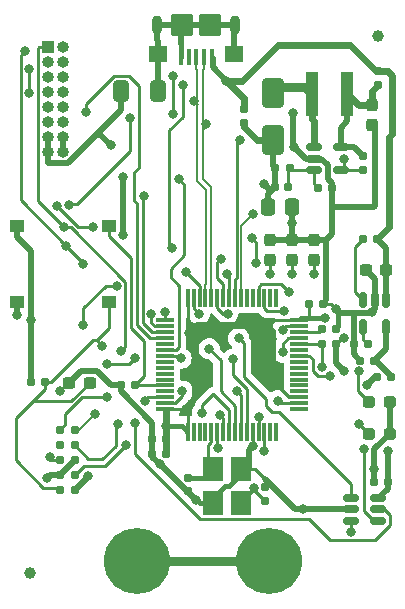
<source format=gbr>
%TF.GenerationSoftware,KiCad,Pcbnew,8.0.2*%
%TF.CreationDate,2024-06-18T11:28:15-07:00*%
%TF.ProjectId,USB_SPDTK,5553425f-5350-4445-944b-2e6b69636164,rev?*%
%TF.SameCoordinates,Original*%
%TF.FileFunction,Copper,L1,Top*%
%TF.FilePolarity,Positive*%
%FSLAX46Y46*%
G04 Gerber Fmt 4.6, Leading zero omitted, Abs format (unit mm)*
G04 Created by KiCad (PCBNEW 8.0.2) date 2024-06-18 11:28:15*
%MOMM*%
%LPD*%
G01*
G04 APERTURE LIST*
G04 Aperture macros list*
%AMRoundRect*
0 Rectangle with rounded corners*
0 $1 Rounding radius*
0 $2 $3 $4 $5 $6 $7 $8 $9 X,Y pos of 4 corners*
0 Add a 4 corners polygon primitive as box body*
4,1,4,$2,$3,$4,$5,$6,$7,$8,$9,$2,$3,0*
0 Add four circle primitives for the rounded corners*
1,1,$1+$1,$2,$3*
1,1,$1+$1,$4,$5*
1,1,$1+$1,$6,$7*
1,1,$1+$1,$8,$9*
0 Add four rect primitives between the rounded corners*
20,1,$1+$1,$2,$3,$4,$5,0*
20,1,$1+$1,$4,$5,$6,$7,0*
20,1,$1+$1,$6,$7,$8,$9,0*
20,1,$1+$1,$8,$9,$2,$3,0*%
G04 Aperture macros list end*
%TA.AperFunction,SMDPad,CuDef*%
%ADD10RoundRect,0.155000X0.155000X-0.212500X0.155000X0.212500X-0.155000X0.212500X-0.155000X-0.212500X0*%
%TD*%
%TA.AperFunction,SMDPad,CuDef*%
%ADD11RoundRect,0.155000X-0.212500X-0.155000X0.212500X-0.155000X0.212500X0.155000X-0.212500X0.155000X0*%
%TD*%
%TA.AperFunction,SMDPad,CuDef*%
%ADD12RoundRect,0.075000X0.075000X-0.700000X0.075000X0.700000X-0.075000X0.700000X-0.075000X-0.700000X0*%
%TD*%
%TA.AperFunction,SMDPad,CuDef*%
%ADD13RoundRect,0.075000X0.700000X-0.075000X0.700000X0.075000X-0.700000X0.075000X-0.700000X-0.075000X0*%
%TD*%
%TA.AperFunction,SMDPad,CuDef*%
%ADD14R,1.100000X3.700000*%
%TD*%
%TA.AperFunction,SMDPad,CuDef*%
%ADD15RoundRect,0.155000X0.212500X0.155000X-0.212500X0.155000X-0.212500X-0.155000X0.212500X-0.155000X0*%
%TD*%
%TA.AperFunction,SMDPad,CuDef*%
%ADD16RoundRect,0.237500X0.287500X0.237500X-0.287500X0.237500X-0.287500X-0.237500X0.287500X-0.237500X0*%
%TD*%
%TA.AperFunction,SMDPad,CuDef*%
%ADD17RoundRect,0.160000X0.160000X-0.197500X0.160000X0.197500X-0.160000X0.197500X-0.160000X-0.197500X0*%
%TD*%
%TA.AperFunction,SMDPad,CuDef*%
%ADD18RoundRect,0.237500X-0.300000X-0.237500X0.300000X-0.237500X0.300000X0.237500X-0.300000X0.237500X0*%
%TD*%
%TA.AperFunction,SMDPad,CuDef*%
%ADD19R,1.250000X1.000000*%
%TD*%
%TA.AperFunction,SMDPad,CuDef*%
%ADD20RoundRect,0.160000X0.197500X0.160000X-0.197500X0.160000X-0.197500X-0.160000X0.197500X-0.160000X0*%
%TD*%
%TA.AperFunction,SMDPad,CuDef*%
%ADD21RoundRect,0.237500X0.237500X-0.300000X0.237500X0.300000X-0.237500X0.300000X-0.237500X-0.300000X0*%
%TD*%
%TA.AperFunction,SMDPad,CuDef*%
%ADD22RoundRect,0.237500X-0.237500X0.287500X-0.237500X-0.287500X0.237500X-0.287500X0.237500X0.287500X0*%
%TD*%
%TA.AperFunction,SMDPad,CuDef*%
%ADD23RoundRect,0.150000X-0.512500X-0.150000X0.512500X-0.150000X0.512500X0.150000X-0.512500X0.150000X0*%
%TD*%
%TA.AperFunction,SMDPad,CuDef*%
%ADD24RoundRect,0.160000X-0.160000X0.197500X-0.160000X-0.197500X0.160000X-0.197500X0.160000X0.197500X0*%
%TD*%
%TA.AperFunction,ComponentPad*%
%ADD25R,1.000000X1.000000*%
%TD*%
%TA.AperFunction,ComponentPad*%
%ADD26O,1.000000X1.000000*%
%TD*%
%TA.AperFunction,SMDPad,CuDef*%
%ADD27RoundRect,0.150000X-0.150000X0.512500X-0.150000X-0.512500X0.150000X-0.512500X0.150000X0.512500X0*%
%TD*%
%TA.AperFunction,SMDPad,CuDef*%
%ADD28RoundRect,0.250000X-0.412500X-0.650000X0.412500X-0.650000X0.412500X0.650000X-0.412500X0.650000X0*%
%TD*%
%TA.AperFunction,SMDPad,CuDef*%
%ADD29RoundRect,0.250000X0.650000X-1.000000X0.650000X1.000000X-0.650000X1.000000X-0.650000X-1.000000X0*%
%TD*%
%TA.AperFunction,SMDPad,CuDef*%
%ADD30RoundRect,0.160000X-0.197500X-0.160000X0.197500X-0.160000X0.197500X0.160000X-0.197500X0.160000X0*%
%TD*%
%TA.AperFunction,SMDPad,CuDef*%
%ADD31C,1.000000*%
%TD*%
%TA.AperFunction,SMDPad,CuDef*%
%ADD32R,1.800000X2.100000*%
%TD*%
%TA.AperFunction,ComponentPad*%
%ADD33C,3.600000*%
%TD*%
%TA.AperFunction,ConnectorPad*%
%ADD34C,5.600000*%
%TD*%
%TA.AperFunction,ConnectorPad*%
%ADD35C,0.787400*%
%TD*%
%TA.AperFunction,SMDPad,CuDef*%
%ADD36RoundRect,0.155000X-0.155000X0.212500X-0.155000X-0.212500X0.155000X-0.212500X0.155000X0.212500X0*%
%TD*%
%TA.AperFunction,SMDPad,CuDef*%
%ADD37RoundRect,0.250000X0.337500X0.475000X-0.337500X0.475000X-0.337500X-0.475000X0.337500X-0.475000X0*%
%TD*%
%TA.AperFunction,SMDPad,CuDef*%
%ADD38RoundRect,0.100000X0.100000X0.575000X-0.100000X0.575000X-0.100000X-0.575000X0.100000X-0.575000X0*%
%TD*%
%TA.AperFunction,ComponentPad*%
%ADD39O,0.900000X1.600000*%
%TD*%
%TA.AperFunction,SMDPad,CuDef*%
%ADD40RoundRect,0.250000X0.550000X0.450000X-0.550000X0.450000X-0.550000X-0.450000X0.550000X-0.450000X0*%
%TD*%
%TA.AperFunction,SMDPad,CuDef*%
%ADD41RoundRect,0.250000X0.700000X0.700000X-0.700000X0.700000X-0.700000X-0.700000X0.700000X-0.700000X0*%
%TD*%
%TA.AperFunction,ViaPad*%
%ADD42C,0.800000*%
%TD*%
%TA.AperFunction,Conductor*%
%ADD43C,0.500000*%
%TD*%
%TA.AperFunction,Conductor*%
%ADD44C,0.600000*%
%TD*%
%TA.AperFunction,Conductor*%
%ADD45C,0.254000*%
%TD*%
%TA.AperFunction,Conductor*%
%ADD46C,0.400000*%
%TD*%
%TA.AperFunction,Conductor*%
%ADD47C,0.200000*%
%TD*%
%TA.AperFunction,Conductor*%
%ADD48C,0.400600*%
%TD*%
%TA.AperFunction,Conductor*%
%ADD49C,0.800000*%
%TD*%
%TA.AperFunction,Conductor*%
%ADD50C,0.250000*%
%TD*%
G04 APERTURE END LIST*
D10*
%TO.P,C17,1*%
%TO.N,Net-(C17-Pad1)*%
X129800000Y-105367500D03*
%TO.P,C17,2*%
%TO.N,GND*%
X129800000Y-104232500D03*
%TD*%
D11*
%TO.P,C8,1*%
%TO.N,+3.3V*%
X133565000Y-88700000D03*
%TO.P,C8,2*%
%TO.N,GND*%
X134700000Y-88700000D03*
%TD*%
D12*
%TO.P,U4,1,VBAT*%
%TO.N,+3.3V*%
X123275000Y-99525000D03*
%TO.P,U4,2,PC13*%
%TO.N,unconnected-(U4-PC13-Pad2)*%
X123775000Y-99525000D03*
%TO.P,U4,3,PC14*%
%TO.N,unconnected-(U4-PC14-Pad3)*%
X124275000Y-99525000D03*
%TO.P,U4,4,PC15*%
%TO.N,unconnected-(U4-PC15-Pad4)*%
X124775000Y-99525000D03*
%TO.P,U4,5,PH0*%
%TO.N,Net-(U4-PH0)*%
X125275000Y-99525000D03*
%TO.P,U4,6,PH1*%
%TO.N,Net-(U4-PH1)*%
X125775000Y-99525000D03*
%TO.P,U4,7,NRST*%
%TO.N,Net-(J2-~{RESET})*%
X126275000Y-99525000D03*
%TO.P,U4,8,PC0*%
%TO.N,S1U*%
X126775000Y-99525000D03*
%TO.P,U4,9,PC1*%
%TO.N,S1D*%
X127275000Y-99525000D03*
%TO.P,U4,10,PC2*%
%TO.N,S2U*%
X127775000Y-99525000D03*
%TO.P,U4,11,PC3*%
%TO.N,S2D*%
X128275000Y-99525000D03*
%TO.P,U4,12,VSSA*%
%TO.N,GND*%
X128775000Y-99525000D03*
%TO.P,U4,13,VDDA*%
%TO.N,Net-(U4-VDDA)*%
X129275000Y-99525000D03*
%TO.P,U4,14,PA0*%
%TO.N,Net-(U4-PA0)*%
X129775000Y-99525000D03*
%TO.P,U4,15,PA1*%
%TO.N,unconnected-(U4-PA1-Pad15)*%
X130275000Y-99525000D03*
%TO.P,U4,16,PA2*%
%TO.N,unconnected-(U4-PA2-Pad16)*%
X130775000Y-99525000D03*
D13*
%TO.P,U4,17,PA3*%
%TO.N,unconnected-(U4-PA3-Pad17)*%
X132700000Y-97600000D03*
%TO.P,U4,18,VSS*%
%TO.N,GND*%
X132700000Y-97100000D03*
%TO.P,U4,19,VDD*%
%TO.N,+3.3V*%
X132700000Y-96600000D03*
%TO.P,U4,20,PA4*%
%TO.N,unconnected-(U4-PA4-Pad20)*%
X132700000Y-96100000D03*
%TO.P,U4,21,PA5*%
%TO.N,unconnected-(U4-PA5-Pad21)*%
X132700000Y-95600000D03*
%TO.P,U4,22,PA6*%
%TO.N,unconnected-(U4-PA6-Pad22)*%
X132700000Y-95100000D03*
%TO.P,U4,23,PA7*%
%TO.N,unconnected-(U4-PA7-Pad23)*%
X132700000Y-94600000D03*
%TO.P,U4,24,PC4*%
%TO.N,unconnected-(U4-PC4-Pad24)*%
X132700000Y-94100000D03*
%TO.P,U4,25,PC5*%
%TO.N,unconnected-(U4-PC5-Pad25)*%
X132700000Y-93600000D03*
%TO.P,U4,26,PB0*%
%TO.N,Net-(U4-PB0)*%
X132700000Y-93100000D03*
%TO.P,U4,27,PB1*%
%TO.N,unconnected-(U4-PB1-Pad27)*%
X132700000Y-92600000D03*
%TO.P,U4,28,PB2*%
%TO.N,/Controller/BOOT1*%
X132700000Y-92100000D03*
%TO.P,U4,29,PB10*%
%TO.N,/Controller/SPI2_SCK*%
X132700000Y-91600000D03*
%TO.P,U4,30,VCAP1*%
%TO.N,Net-(U4-VCAP1)*%
X132700000Y-91100000D03*
%TO.P,U4,31,VSS*%
%TO.N,GND*%
X132700000Y-90600000D03*
%TO.P,U4,32,VDD*%
%TO.N,+3.3V*%
X132700000Y-90100000D03*
D12*
%TO.P,U4,33,PB12*%
%TO.N,unconnected-(U4-PB12-Pad33)*%
X130775000Y-88175000D03*
%TO.P,U4,34,PB13*%
%TO.N,unconnected-(U4-PB13-Pad34)*%
X130275000Y-88175000D03*
%TO.P,U4,35,PB14*%
%TO.N,/Controller/SPI2_MISO*%
X129775000Y-88175000D03*
%TO.P,U4,36,PB15*%
%TO.N,/Controller/SPI2_MOSI*%
X129275000Y-88175000D03*
%TO.P,U4,37,PC6*%
%TO.N,unconnected-(U4-PC6-Pad37)*%
X128775000Y-88175000D03*
%TO.P,U4,38,PC7*%
%TO.N,unconnected-(U4-PC7-Pad38)*%
X128275000Y-88175000D03*
%TO.P,U4,39,PC8*%
%TO.N,Aux0*%
X127775000Y-88175000D03*
%TO.P,U4,40,PC9*%
%TO.N,Aux1*%
X127275000Y-88175000D03*
%TO.P,U4,41,PA8*%
%TO.N,Net-(U4-PA8)*%
X126775000Y-88175000D03*
%TO.P,U4,42,PA9*%
%TO.N,Net-(U4-PA9)*%
X126275000Y-88175000D03*
%TO.P,U4,43,PA10*%
%TO.N,Net-(U4-PA10)*%
X125775000Y-88175000D03*
%TO.P,U4,44,PA11*%
%TO.N,/Controller/USB-*%
X125275000Y-88175000D03*
%TO.P,U4,45,PA12*%
%TO.N,/Controller/USB+*%
X124775000Y-88175000D03*
%TO.P,U4,46,PA13*%
%TO.N,/Controller/JTMS*%
X124275000Y-88175000D03*
%TO.P,U4,47,VSS*%
%TO.N,GND*%
X123775000Y-88175000D03*
%TO.P,U4,48,VDD*%
%TO.N,+3.3V*%
X123275000Y-88175000D03*
D13*
%TO.P,U4,49,PA14*%
%TO.N,/Controller/JTCK*%
X121350000Y-90100000D03*
%TO.P,U4,50,PA15*%
%TO.N,/Controller/JTDI*%
X121350000Y-90600000D03*
%TO.P,U4,51,PC10*%
%TO.N,Aux2*%
X121350000Y-91100000D03*
%TO.P,U4,52,PC11*%
%TO.N,Aux3*%
X121350000Y-91600000D03*
%TO.P,U4,53,PC12*%
%TO.N,unconnected-(U4-PC12-Pad53)*%
X121350000Y-92100000D03*
%TO.P,U4,54,PD2*%
%TO.N,HVEnable*%
X121350000Y-92600000D03*
%TO.P,U4,55,PB3*%
%TO.N,/Controller/JTDO*%
X121350000Y-93100000D03*
%TO.P,U4,56,PB4*%
%TO.N,unconnected-(U4-PB4-Pad56)*%
X121350000Y-93600000D03*
%TO.P,U4,57,PB5*%
%TO.N,unconnected-(U4-PB5-Pad57)*%
X121350000Y-94100000D03*
%TO.P,U4,58,PB6*%
%TO.N,unconnected-(U4-PB6-Pad58)*%
X121350000Y-94600000D03*
%TO.P,U4,59,PB7*%
%TO.N,unconnected-(U4-PB7-Pad59)*%
X121350000Y-95100000D03*
%TO.P,U4,60,BOOT0*%
%TO.N,Net-(U4-BOOT0)*%
X121350000Y-95600000D03*
%TO.P,U4,61,PB8*%
%TO.N,unconnected-(U4-PB8-Pad61)*%
X121350000Y-96100000D03*
%TO.P,U4,62,PB9*%
%TO.N,/Controller/~{SPI2NSS}*%
X121350000Y-96600000D03*
%TO.P,U4,63,VSS*%
%TO.N,GND*%
X121350000Y-97100000D03*
%TO.P,U4,64,VDD*%
%TO.N,+3.3V*%
X121350000Y-97600000D03*
%TD*%
D11*
%TO.P,C5,1*%
%TO.N,GND*%
X137900000Y-93500000D03*
%TO.P,C5,2*%
%TO.N,Net-(U2-VOUT)*%
X139035000Y-93500000D03*
%TD*%
D14*
%TO.P,L1,1,1*%
%TO.N,Net-(U1-VIN)*%
X136800000Y-70900000D03*
%TO.P,L1,2,2*%
%TO.N,Net-(D1-A)*%
X133800000Y-70900000D03*
%TD*%
D15*
%TO.P,C7,1*%
%TO.N,+3.3V*%
X121400000Y-101400000D03*
%TO.P,C7,2*%
%TO.N,GND*%
X120265000Y-101400000D03*
%TD*%
D16*
%TO.P,D3,1,K*%
%TO.N,GND*%
X140375000Y-99700000D03*
%TO.P,D3,2,A*%
%TO.N,Net-(D3-A)*%
X138625000Y-99700000D03*
%TD*%
D17*
%TO.P,R3,1*%
%TO.N,HVEnable*%
X138100000Y-77395000D03*
%TO.P,R3,2*%
%TO.N,Net-(U1-VIN)*%
X138100000Y-76200000D03*
%TD*%
D18*
%TO.P,C14,1*%
%TO.N,GND*%
X113237500Y-95400000D03*
%TO.P,C14,2*%
%TO.N,Net-(J2-~{RESET})*%
X114962500Y-95400000D03*
%TD*%
D19*
%TO.P,SW2,1,1*%
%TO.N,Net-(U4-BOOT0)*%
X116575000Y-82100000D03*
%TO.P,SW2,2,2*%
%TO.N,+3.3V*%
X108825000Y-82100000D03*
%TD*%
D17*
%TO.P,R2,1*%
%TO.N,Net-(U1-VIN)*%
X139400000Y-70197500D03*
%TO.P,R2,2*%
%TO.N,VBUS*%
X139400000Y-69002500D03*
%TD*%
D20*
%TO.P,R5,1*%
%TO.N,GND*%
X135497500Y-78900000D03*
%TO.P,R5,2*%
%TO.N,Net-(U1-FB)*%
X134302500Y-78900000D03*
%TD*%
D21*
%TO.P,C1,1*%
%TO.N,GND*%
X138900000Y-73562500D03*
%TO.P,C1,2*%
%TO.N,Net-(U1-VIN)*%
X138900000Y-71837500D03*
%TD*%
D22*
%TO.P,D6,1,K*%
%TO.N,GND*%
X130200000Y-83250000D03*
%TO.P,D6,2,A*%
%TO.N,Net-(D6-A)*%
X130200000Y-85000000D03*
%TD*%
D23*
%TO.P,U1,1,SW*%
%TO.N,Net-(D1-A)*%
X133962500Y-75450000D03*
%TO.P,U1,2,GND*%
%TO.N,GND*%
X133962500Y-76400000D03*
%TO.P,U1,3,FB*%
%TO.N,Net-(U1-FB)*%
X133962500Y-77350000D03*
%TO.P,U1,4,EN*%
%TO.N,HVEnable*%
X136237500Y-77350000D03*
%TO.P,U1,5,VIN*%
%TO.N,Net-(U1-VIN)*%
X136237500Y-75450000D03*
%TD*%
D11*
%TO.P,C19,1*%
%TO.N,GND*%
X139065000Y-103800000D03*
%TO.P,C19,2*%
%TO.N,+3.3V*%
X140200000Y-103800000D03*
%TD*%
D24*
%TO.P,R1,1*%
%TO.N,VBUS*%
X128000000Y-72202500D03*
%TO.P,R1,2*%
%TO.N,+VSW*%
X128000000Y-73397500D03*
%TD*%
D22*
%TO.P,D4,1,K*%
%TO.N,GND*%
X134000000Y-83250000D03*
%TO.P,D4,2,A*%
%TO.N,Net-(D4-A)*%
X134000000Y-85000000D03*
%TD*%
D25*
%TO.P,J3,1,Pin_1*%
%TO.N,S1U*%
X111430000Y-66950000D03*
D26*
%TO.P,J3,2,Pin_2*%
%TO.N,S1D*%
X112700000Y-66950000D03*
%TO.P,J3,3,Pin_3*%
%TO.N,S2U*%
X111430000Y-68220000D03*
%TO.P,J3,4,Pin_4*%
%TO.N,S2D*%
X112700000Y-68220000D03*
%TO.P,J3,5,Pin_5*%
%TO.N,S1U_OUT*%
X111430000Y-69490000D03*
%TO.P,J3,6,Pin_6*%
%TO.N,S1D_OUT*%
X112700000Y-69490000D03*
%TO.P,J3,7,Pin_7*%
%TO.N,S2U_OUT*%
X111430000Y-70760000D03*
%TO.P,J3,8,Pin_8*%
%TO.N,S2D_OUT*%
X112700000Y-70760000D03*
%TO.P,J3,9,Pin_9*%
%TO.N,Aux0*%
X111430000Y-72030000D03*
%TO.P,J3,10,Pin_10*%
%TO.N,Aux1*%
X112700000Y-72030000D03*
%TO.P,J3,11,Pin_11*%
%TO.N,Aux2*%
X111430000Y-73300000D03*
%TO.P,J3,12,Pin_12*%
%TO.N,Aux3*%
X112700000Y-73300000D03*
%TO.P,J3,13,Pin_13*%
%TO.N,+VSW*%
X111430000Y-74570000D03*
%TO.P,J3,14,Pin_14*%
%TO.N,GND*%
X112700000Y-74570000D03*
%TO.P,J3,15,Pin_15*%
%TO.N,+VSW*%
X111430000Y-75840000D03*
%TO.P,J3,16,Pin_16*%
%TO.N,GND*%
X112700000Y-75840000D03*
%TD*%
D27*
%TO.P,U2,1,VIN*%
%TO.N,VBUS*%
X140050000Y-88362500D03*
%TO.P,U2,2,GND*%
%TO.N,GND*%
X139100000Y-88362500D03*
%TO.P,U2,3,ON/~{OFF}*%
%TO.N,Net-(U2-ON{slash}~{OFF})*%
X138150000Y-88362500D03*
%TO.P,U2,4,BP*%
%TO.N,Net-(U2-BP)*%
X138150000Y-90637500D03*
%TO.P,U2,5,VOUT*%
%TO.N,Net-(U2-VOUT)*%
X140050000Y-90637500D03*
%TD*%
D28*
%TO.P,C20,1*%
%TO.N,+VSW*%
X117637500Y-70700000D03*
%TO.P,C20,2*%
%TO.N,GND*%
X120762500Y-70700000D03*
%TD*%
D29*
%TO.P,D1,1,K*%
%TO.N,+VSW*%
X130500000Y-74800000D03*
%TO.P,D1,2,A*%
%TO.N,Net-(D1-A)*%
X130500000Y-70800000D03*
%TD*%
D30*
%TO.P,R10,1*%
%TO.N,GND*%
X117602500Y-95600000D03*
%TO.P,R10,2*%
%TO.N,Net-(U4-BOOT0)*%
X118797500Y-95600000D03*
%TD*%
D11*
%TO.P,C12,1*%
%TO.N,GND*%
X120265000Y-100100000D03*
%TO.P,C12,2*%
%TO.N,+3.3V*%
X121400000Y-100100000D03*
%TD*%
D31*
%TO.P,FID2,*%
%TO.N,*%
X139400000Y-66000000D03*
%TD*%
D20*
%TO.P,R4,1*%
%TO.N,Net-(U1-FB)*%
X131897500Y-77200000D03*
%TO.P,R4,2*%
%TO.N,+VSW*%
X130702500Y-77200000D03*
%TD*%
%TO.P,R15,1*%
%TO.N,+3.3V*%
X135800000Y-92100000D03*
%TO.P,R15,2*%
%TO.N,/Controller/BOOT1*%
X134605000Y-92100000D03*
%TD*%
D32*
%TO.P,Y1,1,1*%
%TO.N,Net-(U4-PH0)*%
X125450000Y-102650000D03*
%TO.P,Y1,2,2*%
%TO.N,GND*%
X125450000Y-105550000D03*
%TO.P,Y1,3,3*%
%TO.N,Net-(C17-Pad1)*%
X127750000Y-105550000D03*
%TO.P,Y1,4,4*%
%TO.N,GND*%
X127750000Y-102650000D03*
%TD*%
D22*
%TO.P,D5,1,K*%
%TO.N,GND*%
X132100000Y-83250000D03*
%TO.P,D5,2,A*%
%TO.N,Net-(D5-A)*%
X132100000Y-85000000D03*
%TD*%
D33*
%TO.P,H1,1,1*%
%TO.N,GND*%
X119012000Y-110500000D03*
D34*
X119012000Y-110500000D03*
%TD*%
D15*
%TO.P,C18,1*%
%TO.N,GND*%
X135800000Y-90800000D03*
%TO.P,C18,2*%
%TO.N,Net-(U4-VCAP1)*%
X134665000Y-90800000D03*
%TD*%
D35*
%TO.P,J2,1,VTref*%
%TO.N,+3.3V*%
X113700000Y-104470000D03*
%TO.P,J2,2,SWDIO/TMS*%
%TO.N,/Controller/JTMS*%
X113700000Y-103200000D03*
%TO.P,J2,3,GND*%
%TO.N,GND*%
X113700000Y-101930000D03*
%TO.P,J2,4,SWCLK/TCK*%
%TO.N,/Controller/JTCK*%
X113700000Y-100660000D03*
%TO.P,J2,5,GND*%
%TO.N,GND*%
X113700000Y-99390000D03*
%TO.P,J2,6,SWO/TDO*%
%TO.N,/Controller/JTDO*%
X112430000Y-99390000D03*
%TO.P,J2,7,KEY*%
%TO.N,unconnected-(J2-KEY-Pad7)*%
X112430000Y-100660000D03*
%TO.P,J2,8,NC/TDI*%
%TO.N,/Controller/JTDI*%
X112430000Y-101930000D03*
%TO.P,J2,9,GNDDetect*%
%TO.N,GND*%
X112430000Y-103200000D03*
%TO.P,J2,10,~{RESET}*%
%TO.N,Net-(J2-~{RESET})*%
X112430000Y-104470000D03*
%TD*%
D36*
%TO.P,C16,1*%
%TO.N,Net-(U4-PH0)*%
X123300000Y-103432500D03*
%TO.P,C16,2*%
%TO.N,GND*%
X123300000Y-104567500D03*
%TD*%
D18*
%TO.P,C4,1*%
%TO.N,GND*%
X138337500Y-85800000D03*
%TO.P,C4,2*%
%TO.N,VBUS*%
X140062500Y-85800000D03*
%TD*%
D37*
%TO.P,C3,1*%
%TO.N,GND*%
X132137500Y-80500000D03*
%TO.P,C3,2*%
%TO.N,+VSW*%
X130062500Y-80500000D03*
%TD*%
D23*
%TO.P,U5,1,DO*%
%TO.N,/Controller/SPI2_MISO*%
X137125000Y-105150000D03*
%TO.P,U5,2,Vss*%
%TO.N,GND*%
X137125000Y-106100000D03*
%TO.P,U5,3,DI*%
%TO.N,/Controller/SPI2_MOSI*%
X137125000Y-107050000D03*
%TO.P,U5,4,CLK*%
%TO.N,/Controller/SPI2_SCK*%
X139400000Y-107050000D03*
%TO.P,U5,5,CS*%
%TO.N,/Controller/~{SPI2NSS}*%
X139400000Y-106100000D03*
%TO.P,U5,6,Vcc*%
%TO.N,+3.3V*%
X139400000Y-105150000D03*
%TD*%
D30*
%TO.P,R8,1*%
%TO.N,+3.3V*%
X110002500Y-95300000D03*
%TO.P,R8,2*%
%TO.N,Net-(J2-~{RESET})*%
X111197500Y-95300000D03*
%TD*%
D31*
%TO.P,FID1,*%
%TO.N,*%
X109900000Y-111500000D03*
%TD*%
D20*
%TO.P,R6,1*%
%TO.N,Net-(U2-VOUT)*%
X140500000Y-94900000D03*
%TO.P,R6,2*%
%TO.N,+3.3V*%
X139305000Y-94900000D03*
%TD*%
D33*
%TO.P,H2,1,1*%
%TO.N,GND*%
X130188000Y-110500000D03*
D34*
X130188000Y-110500000D03*
%TD*%
D16*
%TO.P,D7,1,K*%
%TO.N,GND*%
X140375000Y-97000000D03*
%TO.P,D7,2,A*%
%TO.N,Net-(D7-A)*%
X138625000Y-97000000D03*
%TD*%
D11*
%TO.P,C2,1*%
%TO.N,+VSW*%
X130665000Y-78800000D03*
%TO.P,C2,2*%
%TO.N,Net-(U1-FB)*%
X131800000Y-78800000D03*
%TD*%
D20*
%TO.P,R7,1*%
%TO.N,VBUS*%
X139300000Y-83200000D03*
%TO.P,R7,2*%
%TO.N,Net-(U2-ON{slash}~{OFF})*%
X138105000Y-83200000D03*
%TD*%
D11*
%TO.P,C6,1*%
%TO.N,GND*%
X137365000Y-92100000D03*
%TO.P,C6,2*%
%TO.N,Net-(U2-BP)*%
X138500000Y-92100000D03*
%TD*%
D38*
%TO.P,J1,1,VBUS*%
%TO.N,VBUS*%
X125300000Y-67800000D03*
%TO.P,J1,2,D-*%
%TO.N,/Controller/USB-*%
X124650000Y-67800000D03*
%TO.P,J1,3,D+*%
%TO.N,/Controller/USB+*%
X124000000Y-67800000D03*
%TO.P,J1,4,ID*%
%TO.N,unconnected-(J1-ID-Pad4)*%
X123350000Y-67800000D03*
%TO.P,J1,5,GND*%
%TO.N,GND*%
X122700000Y-67800000D03*
D39*
%TO.P,J1,6,Shield*%
X127300000Y-65125000D03*
D40*
X127200000Y-67575000D03*
D41*
X125200000Y-65125000D03*
X122800000Y-65125000D03*
D40*
X120800000Y-67575000D03*
D39*
X120700000Y-65125000D03*
%TD*%
D19*
%TO.P,SW1,1,1*%
%TO.N,Net-(J2-~{RESET})*%
X116575000Y-88500000D03*
%TO.P,SW1,2,2*%
%TO.N,GND*%
X108825000Y-88500000D03*
%TD*%
D42*
%TO.N,GND*%
X112500000Y-96100000D03*
X108825000Y-89606500D03*
X138866375Y-89370474D03*
X124016000Y-105284000D03*
X111400000Y-103400000D03*
X120915150Y-102284850D03*
X133000000Y-106100000D03*
X131340000Y-90885300D03*
X130900000Y-96900000D03*
X117785500Y-77993900D03*
X132200000Y-72500000D03*
X132300000Y-75400000D03*
X122828000Y-96094900D03*
X115400000Y-98000000D03*
X135789201Y-89095044D03*
X132101200Y-81887900D03*
X128774000Y-100752000D03*
X117785500Y-82868100D03*
X139065000Y-102689900D03*
X124251000Y-89550000D03*
%TO.N,+VSW*%
X129693300Y-78567100D03*
X116740300Y-75214700D03*
%TO.N,VBUS*%
X126550700Y-69799200D03*
%TO.N,+3.3V*%
X140200000Y-101131800D03*
X123400000Y-91200000D03*
X138482900Y-95586000D03*
X136483379Y-91590663D03*
X123100000Y-97600000D03*
X136533800Y-94394000D03*
X114821300Y-103250200D03*
X134901623Y-89890065D03*
X130500000Y-94900000D03*
X121400000Y-99071500D03*
X110002500Y-90066900D03*
%TO.N,Net-(U4-VDDA)*%
X129294000Y-98284700D03*
%TO.N,Net-(J2-~{RESET})*%
X125983900Y-98145500D03*
X116045300Y-92260100D03*
%TO.N,Net-(C17-Pad1)*%
X128890000Y-104250000D03*
%TO.N,/Controller/USB+*%
X123816700Y-71531100D03*
%TO.N,/Controller/USB-*%
X124809200Y-73470700D03*
%TO.N,Net-(D3-A)*%
X137763300Y-98847900D03*
%TO.N,Net-(D4-A)*%
X133973200Y-86147300D03*
%TO.N,Net-(D5-A)*%
X132100000Y-86135300D03*
%TO.N,Net-(D6-A)*%
X130200000Y-86127900D03*
%TO.N,Net-(D7-A)*%
X137764000Y-94413300D03*
%TO.N,/Controller/JTMS*%
X118026450Y-100649378D03*
X114393200Y-90498700D03*
X123099992Y-86000000D03*
X117276700Y-87139700D03*
%TO.N,/Controller/JTDI*%
X120193300Y-89512800D03*
X111579629Y-101690000D03*
%TO.N,/Controller/JTDO*%
X116400000Y-93800000D03*
X118813756Y-93286244D03*
X116400000Y-96600000D03*
X122700000Y-93300000D03*
%TO.N,/Controller/JTCK*%
X121350000Y-89347900D03*
X117394200Y-98907000D03*
%TO.N,S2U*%
X115232100Y-82179900D03*
X127436300Y-96089700D03*
X112200000Y-80400000D03*
%TO.N,S1U*%
X112784923Y-82194077D03*
X124519500Y-97915600D03*
X117664508Y-92650629D03*
%TO.N,Aux0*%
X128800000Y-81100000D03*
%TO.N,Aux3*%
X114667900Y-72438400D03*
%TO.N,Aux2*%
X119600000Y-79600000D03*
%TO.N,S2D*%
X121962100Y-83995800D03*
X127119100Y-93375100D03*
X122856100Y-70200000D03*
%TO.N,Aux1*%
X127682800Y-74804400D03*
%TO.N,S2U_OUT*%
X122058800Y-72586100D03*
X109872400Y-70879800D03*
X122058800Y-69371800D03*
X109864500Y-68828400D03*
%TO.N,S1U_OUT*%
X118375600Y-72935400D03*
X113200000Y-80300000D03*
%TO.N,S1D*%
X125100000Y-92500000D03*
X112978100Y-83791300D03*
X114423300Y-85326700D03*
X109495400Y-67277300D03*
%TO.N,HVEnable*%
X122561535Y-78152535D03*
X136512200Y-76442000D03*
%TO.N,Net-(U4-PA0)*%
X129775000Y-101185700D03*
%TO.N,Net-(U4-PH1)*%
X125800000Y-100900000D03*
%TO.N,Net-(U4-PA8)*%
X126637386Y-86141799D03*
%TO.N,Net-(U4-PA9)*%
X126075200Y-84857200D03*
%TO.N,Net-(U4-PA10)*%
X126662600Y-89553200D03*
X129089200Y-85266600D03*
X128677300Y-83118500D03*
%TO.N,/Controller/BOOT1*%
X134605000Y-94046700D03*
%TO.N,Net-(U4-PB0)*%
X135296700Y-94787300D03*
%TO.N,/Controller/~{SPI2NSS}*%
X118800000Y-98800000D03*
X119654100Y-96894300D03*
%TO.N,/Controller/SPI2_SCK*%
X131308500Y-92769300D03*
X138211800Y-100961400D03*
%TO.N,/Controller/SPI2_MOSI*%
X131818200Y-87653000D03*
X137125000Y-107969400D03*
%TO.N,/Controller/SPI2_MISO*%
X131393800Y-89304500D03*
X127600000Y-91600000D03*
%TD*%
D43*
%TO.N,Net-(U1-VIN)*%
X136237500Y-73764200D02*
X136237500Y-75450000D01*
D44*
X138900000Y-71837500D02*
X138900000Y-70697500D01*
X138300000Y-71837500D02*
X137737500Y-71837500D01*
X137737500Y-71837500D02*
X136800000Y-70900000D01*
D43*
X136800000Y-73201700D02*
X136237500Y-73764200D01*
X136237500Y-75450000D02*
X137350000Y-75450000D01*
D44*
X138900000Y-70697500D02*
X139400000Y-70197500D01*
X138900000Y-71837500D02*
X138300000Y-71837500D01*
D43*
X136800000Y-70900000D02*
X136800000Y-73201700D01*
X137350000Y-75450000D02*
X138100000Y-76200000D01*
%TO.N,GND*%
X135110800Y-78100800D02*
X135497500Y-78487500D01*
X139100000Y-89136849D02*
X138866375Y-89370474D01*
X114221800Y-94415700D02*
X113237500Y-95400000D01*
D45*
X131100000Y-97100000D02*
X130900000Y-96900000D01*
D43*
X139100000Y-89024999D02*
X138624999Y-89500000D01*
X139100000Y-80400000D02*
X139000000Y-80500000D01*
D45*
X122828000Y-96467400D02*
X122828000Y-96094900D01*
D43*
X123791000Y-105059000D02*
X123689300Y-105059000D01*
D45*
X132700000Y-97100000D02*
X131100000Y-97100000D01*
D43*
X135497500Y-82751600D02*
X134999100Y-83250000D01*
X120800000Y-66730100D02*
X120800000Y-66476700D01*
X117602500Y-95600000D02*
X116814070Y-95600000D01*
D46*
X124282000Y-105550000D02*
X124016000Y-105284000D01*
D45*
X129800000Y-104232000D02*
X129800000Y-103500000D01*
D43*
X133962500Y-76400000D02*
X133300001Y-76400000D01*
D46*
X126750000Y-104100000D02*
X127750000Y-103100000D01*
D43*
X134532800Y-76400000D02*
X135110800Y-76978000D01*
D45*
X128950000Y-102650000D02*
X128456500Y-102650000D01*
D43*
X132800001Y-75900000D02*
X132800000Y-75900000D01*
X134999100Y-83250000D02*
X134999100Y-88400900D01*
D46*
X126450000Y-104100000D02*
X126750000Y-104100000D01*
D45*
X136035974Y-89341817D02*
X135789201Y-89095044D01*
D43*
X108825000Y-88500000D02*
X108825000Y-89606500D01*
X133962500Y-76400000D02*
X134532800Y-76400000D01*
X132100000Y-83250000D02*
X132100000Y-81889100D01*
X132400000Y-106100000D02*
X133000000Y-106100000D01*
D45*
X128775000Y-100750000D02*
X128774000Y-100752000D01*
D43*
X132800000Y-75900000D02*
X132300000Y-75400000D01*
D45*
X134700000Y-88700000D02*
X135394157Y-88700000D01*
D43*
X128456500Y-101069500D02*
X128456500Y-102650000D01*
D45*
X131625000Y-90600000D02*
X131340000Y-90885300D01*
D43*
X137365000Y-92100000D02*
X137365000Y-92965000D01*
X137125000Y-106100000D02*
X132400000Y-106100000D01*
X132100000Y-83250000D02*
X134000000Y-83250000D01*
X130200000Y-83250000D02*
X132100000Y-83250000D01*
X137400000Y-89500000D02*
X136194157Y-89500000D01*
X120800000Y-67575000D02*
X120800000Y-66730100D01*
X138624999Y-89500000D02*
X137400000Y-89500000D01*
D47*
X115400000Y-98050061D02*
X115400000Y-98000000D01*
D46*
X123791000Y-105059000D02*
X123300000Y-104568000D01*
D43*
X139100000Y-88362500D02*
X139100000Y-89024999D01*
X128774000Y-100752000D02*
X128456500Y-101069500D01*
X137365000Y-92965000D02*
X137900000Y-93500000D01*
X120265000Y-101400000D02*
X120265000Y-100100000D01*
X132137500Y-80500000D02*
X132137500Y-81851600D01*
D45*
X128775000Y-99525000D02*
X128775000Y-100750000D01*
D43*
X123689300Y-105059000D02*
X120915150Y-102284850D01*
D46*
X136035974Y-89341817D02*
X136035974Y-90564026D01*
D45*
X132700000Y-90600000D02*
X131625000Y-90600000D01*
D43*
X139000000Y-80500000D02*
X135497500Y-80500000D01*
X139065000Y-101010000D02*
X139065000Y-102689900D01*
D47*
X113700000Y-99390000D02*
X114060061Y-99390000D01*
D43*
X133300001Y-76400000D02*
X132800001Y-75900000D01*
X117602500Y-96100500D02*
X117602500Y-95600000D01*
X120265000Y-98763000D02*
X117602500Y-96100500D01*
X136194157Y-89500000D02*
X135789201Y-89095044D01*
D47*
X113237500Y-95400000D02*
X112537500Y-96100000D01*
D43*
X120700000Y-65125000D02*
X120700000Y-66376700D01*
X122699400Y-65225600D02*
X122699400Y-66730100D01*
X137365000Y-92100000D02*
X137365000Y-89535000D01*
X134999100Y-83250000D02*
X134000000Y-83250000D01*
X135497500Y-78487500D02*
X135497500Y-78900000D01*
D46*
X125450000Y-105100000D02*
X126450000Y-104100000D01*
D43*
X112430000Y-103200000D02*
X113700000Y-101930000D01*
D47*
X114060061Y-99390000D02*
X115400000Y-98050061D01*
D43*
X139065000Y-103800000D02*
X139065000Y-102689900D01*
X117785500Y-77993900D02*
X117785500Y-82868100D01*
X112700000Y-74570000D02*
X112700000Y-75840000D01*
D48*
X122699400Y-66730100D02*
X122699400Y-67799400D01*
D43*
X135497500Y-78900000D02*
X135497500Y-82751600D01*
D45*
X129800000Y-103500000D02*
X128950000Y-102650000D01*
D43*
X125200000Y-65125000D02*
X122800000Y-65125000D01*
D46*
X125450000Y-105550000D02*
X124282000Y-105550000D01*
D45*
X135394157Y-88700000D02*
X135789201Y-89095044D01*
D43*
X120265000Y-100100000D02*
X120265000Y-98763000D01*
D45*
X123775000Y-88175000D02*
X123775000Y-89074100D01*
D47*
X112537500Y-96100000D02*
X112500000Y-96100000D01*
D45*
X121350000Y-97100000D02*
X122196000Y-97100000D01*
D43*
X127200000Y-65125000D02*
X125200000Y-65125000D01*
D45*
X122196000Y-97100000D02*
X122828000Y-96467400D01*
D49*
X119012000Y-110500000D02*
X130188000Y-110500000D01*
D43*
X139100000Y-86562500D02*
X139100000Y-88362500D01*
X137365000Y-89535000D02*
X137400000Y-89500000D01*
D46*
X124016000Y-105284000D02*
X123791000Y-105059000D01*
D43*
X112430000Y-103200000D02*
X111600000Y-103200000D01*
X138337500Y-85800000D02*
X139100000Y-86562500D01*
X140375000Y-97000000D02*
X140375000Y-99700000D01*
X139100000Y-73762500D02*
X139100000Y-80400000D01*
X132200000Y-75299999D02*
X132200000Y-72500000D01*
X120265000Y-101634700D02*
X120915150Y-102284850D01*
X140375000Y-99700000D02*
X139065000Y-101010000D01*
X120265000Y-101400000D02*
X120265000Y-101634700D01*
X132400000Y-106100000D02*
X129800000Y-103500000D01*
X122800000Y-65125000D02*
X120700000Y-65125000D01*
X127200000Y-65125000D02*
X127200000Y-67575000D01*
X139100000Y-88362500D02*
X139100000Y-89136849D01*
X116814070Y-95600000D02*
X115629770Y-94415700D01*
X132100000Y-81889100D02*
X132101200Y-81887900D01*
X132137500Y-81851600D02*
X132101200Y-81887900D01*
X111600000Y-103200000D02*
X111400000Y-103400000D01*
X132300000Y-75400000D02*
X132200000Y-75299999D01*
X120762500Y-67612500D02*
X120762500Y-70700000D01*
D46*
X136035974Y-90564026D02*
X135799999Y-90800001D01*
D43*
X135110800Y-76978000D02*
X135110800Y-78100800D01*
D45*
X123775000Y-89074100D02*
X124251000Y-89550000D01*
D43*
X134999100Y-88400900D02*
X134700000Y-88700000D01*
X115629770Y-94415700D02*
X114221800Y-94415700D01*
X120800000Y-66476700D02*
X120700000Y-66376700D01*
%TO.N,+VSW*%
X130665000Y-77237500D02*
X130665000Y-78800000D01*
X117637500Y-72265500D02*
X115714300Y-74188700D01*
X130295600Y-79169400D02*
X129693300Y-78567100D01*
X111430000Y-76315800D02*
X111430000Y-75840000D01*
X111430000Y-76791700D02*
X113111300Y-76791700D01*
X130062500Y-79402500D02*
X130062500Y-80500000D01*
X116740300Y-75214700D02*
X115714300Y-74188700D01*
D44*
X129100000Y-74800000D02*
X128000000Y-73700000D01*
D43*
X113111300Y-76791700D02*
X115714300Y-74188700D01*
X130295600Y-79169400D02*
X130062500Y-79402500D01*
X111430000Y-76315800D02*
X111430000Y-76791700D01*
X117637500Y-70700000D02*
X117637500Y-72265500D01*
X111430000Y-75840000D02*
X111430000Y-74570000D01*
X130702500Y-77200000D02*
X130500000Y-76997500D01*
X130500000Y-76997500D02*
X130500000Y-74800000D01*
X130665000Y-78800000D02*
X130295600Y-79169400D01*
D44*
X128000000Y-73700000D02*
X128000000Y-73397500D01*
X130500000Y-74800000D02*
X129100000Y-74800000D01*
D50*
%TO.N,Net-(U1-FB)*%
X131800000Y-77297500D02*
X131800000Y-78800000D01*
X132047500Y-77350000D02*
X133962500Y-77350000D01*
X134302500Y-78900000D02*
X133962500Y-78560000D01*
X133962500Y-78560000D02*
X133962500Y-77350000D01*
D44*
%TO.N,VBUS*%
X140300000Y-82200000D02*
X139300000Y-83200000D01*
X126550700Y-69799200D02*
X127900800Y-69799200D01*
X128000000Y-72202500D02*
X128000000Y-71248500D01*
D43*
X125374500Y-68623000D02*
X125374500Y-67874500D01*
X139300000Y-83200000D02*
X140062500Y-83962500D01*
D44*
X140300000Y-74600000D02*
X140300000Y-82200000D01*
X128000000Y-71248500D02*
X126550700Y-69799200D01*
X140600000Y-69400000D02*
X140200000Y-69000000D01*
X140600000Y-74300000D02*
X140600000Y-69400000D01*
D48*
X125374500Y-67874500D02*
X125300000Y-67800000D01*
D43*
X126550700Y-69799200D02*
X125374500Y-68623000D01*
D44*
X137000000Y-66800000D02*
X139202500Y-69002500D01*
D43*
X140050000Y-85812500D02*
X140050000Y-88362500D01*
D46*
X139400000Y-69002500D02*
X139202500Y-69002500D01*
D44*
X130900000Y-66800000D02*
X137000000Y-66800000D01*
X140197500Y-69002500D02*
X139400000Y-69002500D01*
X140200000Y-69000000D02*
X140197500Y-69002500D01*
D43*
X140062500Y-83962500D02*
X140062500Y-85800000D01*
D44*
X127900800Y-69799200D02*
X130900000Y-66800000D01*
X140600000Y-74300000D02*
X140300000Y-74600000D01*
D43*
%TO.N,Net-(U2-VOUT)*%
X139128900Y-93406100D02*
X140500000Y-94777200D01*
X140500000Y-94777200D02*
X140500000Y-94900000D01*
X140050000Y-90637500D02*
X140050000Y-92485000D01*
X140050000Y-92485000D02*
X139128900Y-93406100D01*
X139035000Y-93500000D02*
X139128900Y-93406100D01*
D50*
%TO.N,Net-(U2-BP)*%
X138150000Y-91750000D02*
X138150000Y-90637500D01*
X138500000Y-92100000D02*
X138150000Y-91750000D01*
D45*
%TO.N,+3.3V*%
X130400000Y-90100000D02*
X130000000Y-90500000D01*
D43*
X139168900Y-94900000D02*
X138482900Y-95586000D01*
X114821300Y-103348700D02*
X114821300Y-103250200D01*
D44*
X121400000Y-101400000D02*
X121400000Y-100100000D01*
X123400000Y-91200000D02*
X124100000Y-90500000D01*
D45*
X123275000Y-99525000D02*
X123275000Y-97775000D01*
D43*
X140200000Y-103800000D02*
X140200000Y-101131800D01*
D45*
X133565000Y-89865000D02*
X133590065Y-89890065D01*
X123685000Y-97014800D02*
X123685000Y-91485200D01*
D43*
X139305000Y-94900000D02*
X139168900Y-94900000D01*
D46*
X130500000Y-91000000D02*
X130000000Y-90500000D01*
D43*
X108825000Y-82100000D02*
X108825000Y-83051700D01*
X135800000Y-93694400D02*
X136499600Y-94394000D01*
D45*
X130500000Y-95245600D02*
X130500000Y-94900000D01*
X132900000Y-89900000D02*
X132700000Y-90100000D01*
D44*
X121400000Y-100100000D02*
X121400000Y-99071500D01*
D46*
X123225000Y-99475000D02*
X123225000Y-99525000D01*
X130500000Y-94900000D02*
X130500000Y-91000000D01*
D43*
X110002500Y-90066900D02*
X110002500Y-84229200D01*
D46*
X121400000Y-99071500D02*
X122821500Y-99071500D01*
D44*
X124100000Y-90500000D02*
X130000000Y-90500000D01*
D45*
X121350000Y-97600000D02*
X123100000Y-97600000D01*
X133565000Y-88700000D02*
X133565000Y-89865000D01*
D46*
X122821500Y-99071500D02*
X123225000Y-99475000D01*
D45*
X123275000Y-97775000D02*
X123100000Y-97600000D01*
D46*
X133600000Y-89900000D02*
X132900000Y-89900000D01*
X133590065Y-89890065D02*
X134901623Y-89890065D01*
D45*
X132700000Y-96600000D02*
X131854000Y-96600000D01*
D43*
X113700000Y-104470000D02*
X114821300Y-103348700D01*
X139400000Y-105150000D02*
X140200000Y-104350000D01*
D45*
X123100000Y-97600000D02*
X123685000Y-97014800D01*
X123275000Y-91075000D02*
X123400000Y-91200000D01*
X136483379Y-91590663D02*
X136309337Y-91590663D01*
D43*
X135800000Y-92100000D02*
X135800000Y-93694400D01*
D45*
X136309337Y-91590663D02*
X135800000Y-92100000D01*
D43*
X140200000Y-104350000D02*
X140200000Y-103800000D01*
D45*
X123275000Y-88175000D02*
X123275000Y-91075000D01*
D43*
X110002500Y-90066900D02*
X110002500Y-95300000D01*
D45*
X131854000Y-96600000D02*
X130500000Y-95245600D01*
X123685000Y-91485200D02*
X123400000Y-91200000D01*
D43*
X110002500Y-84229200D02*
X108825000Y-83051700D01*
D45*
X133565000Y-89865000D02*
X133600000Y-89900000D01*
X132700000Y-90100000D02*
X130400000Y-90100000D01*
D43*
X136499600Y-94394000D02*
X136533800Y-94394000D01*
D44*
X121400000Y-99071500D02*
X121400000Y-97750000D01*
D46*
X121400000Y-97700000D02*
X121350000Y-97650000D01*
D45*
%TO.N,Net-(U4-VDDA)*%
X129275000Y-99525000D02*
X129275000Y-98304100D01*
X129275000Y-98304100D02*
X129294000Y-98284700D01*
D50*
%TO.N,Net-(J2-~{RESET})*%
X111045847Y-104255000D02*
X112215000Y-104255000D01*
X113413750Y-96948750D02*
X110200000Y-96948750D01*
X116575000Y-88500000D02*
X116575000Y-90753800D01*
X115557000Y-91771800D02*
X116045300Y-92260100D01*
X110200000Y-96948750D02*
X110175625Y-96924375D01*
X111708671Y-95300000D02*
X115236871Y-91771800D01*
X126275000Y-98436600D02*
X125983900Y-98145500D01*
X114962500Y-95400000D02*
X113413750Y-96948750D01*
X111197500Y-95300000D02*
X111708671Y-95300000D01*
X108737500Y-98362500D02*
X108737500Y-101946653D01*
X116575000Y-90753800D02*
X115557000Y-91771800D01*
X108737500Y-101946653D02*
X111045847Y-104255000D01*
X126275000Y-99525000D02*
X126275000Y-98436600D01*
X111197500Y-95902500D02*
X108737500Y-98362500D01*
X112215000Y-104255000D02*
X112430000Y-104470000D01*
X111197500Y-95300000D02*
X111197500Y-95902500D01*
X115236871Y-91771800D02*
X115557000Y-91771800D01*
D46*
%TO.N,Net-(U4-PH0)*%
X124668000Y-103432000D02*
X124846700Y-103253300D01*
D50*
X125275000Y-99525000D02*
X125275000Y-100368000D01*
X125018000Y-100625000D02*
X125018000Y-102218000D01*
D46*
X123300000Y-103432000D02*
X124668000Y-103432000D01*
D50*
X125275000Y-100368000D02*
X125018000Y-100625000D01*
D45*
%TO.N,Net-(C17-Pad1)*%
X129800000Y-105368000D02*
X129466300Y-105034300D01*
D50*
X128890000Y-104250000D02*
X128890000Y-104410000D01*
D45*
X128890000Y-104410000D02*
X128890000Y-104250000D01*
D50*
X129466800Y-105034300D02*
X129800000Y-105367500D01*
X128890000Y-104410000D02*
X127750000Y-105550000D01*
D45*
X128890000Y-104458000D02*
X128890000Y-104410000D01*
X129466300Y-105034300D02*
X128890000Y-104458000D01*
D50*
X129466300Y-105034300D02*
X129466800Y-105034300D01*
%TO.N,Net-(U4-VCAP1)*%
X134665000Y-90800000D02*
X134365000Y-91100000D01*
X134365000Y-91100000D02*
X132700000Y-91100000D01*
D49*
%TO.N,Net-(D1-A)*%
X133200000Y-70300000D02*
X133800000Y-70900000D01*
D44*
X133800000Y-70900000D02*
X133800000Y-73076700D01*
X133800000Y-73076700D02*
X133962500Y-73239200D01*
X133962500Y-73239200D02*
X133962500Y-75450000D01*
D49*
X131000000Y-70300000D02*
X133200000Y-70300000D01*
D50*
%TO.N,/Controller/USB+*%
X124052300Y-71766700D02*
X123816700Y-71531100D01*
X124100000Y-71766700D02*
X124052300Y-71766700D01*
D47*
X124100000Y-78318200D02*
X124800000Y-79018200D01*
X124800000Y-79018200D02*
X124800000Y-86987499D01*
X124775000Y-87012499D02*
X124775000Y-88175000D01*
X124800000Y-86987499D02*
X124775000Y-87012499D01*
X124100000Y-68912501D02*
X124100000Y-78318200D01*
X124000000Y-68812501D02*
X124100000Y-68912501D01*
X124000000Y-67800000D02*
X124000000Y-68812501D01*
%TO.N,/Controller/USB-*%
X125275000Y-87012499D02*
X125275000Y-88175000D01*
X124650000Y-68812501D02*
X124550000Y-68912501D01*
X124550000Y-78131800D02*
X125250000Y-78831800D01*
X124650000Y-67800000D02*
X124650000Y-68812501D01*
X125250000Y-78831800D02*
X125250000Y-86987499D01*
D50*
X124550000Y-73762700D02*
X124809200Y-73503500D01*
D47*
X125250000Y-86987499D02*
X125275000Y-87012499D01*
X124550000Y-68912501D02*
X124550000Y-78131800D01*
D50*
X124809200Y-73503500D02*
X124809200Y-73470700D01*
%TO.N,Net-(D3-A)*%
X137772900Y-98847900D02*
X137763300Y-98847900D01*
X138625000Y-99700000D02*
X137772900Y-98847900D01*
%TO.N,Net-(D4-A)*%
X134000000Y-86120500D02*
X133973200Y-86147300D01*
X134000000Y-85000000D02*
X134000000Y-86120500D01*
%TO.N,Net-(D5-A)*%
X132100000Y-85000000D02*
X132100000Y-86135300D01*
%TO.N,Net-(D6-A)*%
X130200000Y-85000000D02*
X130200000Y-86127900D01*
%TO.N,Net-(D7-A)*%
X137686800Y-94490500D02*
X137686800Y-96061800D01*
X137764000Y-94413300D02*
X137686800Y-94490500D01*
X137686800Y-96061800D02*
X138625000Y-97000000D01*
%TO.N,/Controller/JTMS*%
X114462600Y-102437400D02*
X116238428Y-102437400D01*
X117276700Y-87139700D02*
X116325000Y-87139700D01*
X116325000Y-87139700D02*
X114393200Y-89071500D01*
X113700000Y-103200000D02*
X114462600Y-102437400D01*
X114393200Y-89071500D02*
X114393200Y-90498700D01*
X124275000Y-87175008D02*
X123099992Y-86000000D01*
X124275000Y-88175000D02*
X124275000Y-87175008D01*
X116238428Y-102437400D02*
X118026450Y-100649378D01*
%TO.N,/Controller/JTDI*%
X120193300Y-90319100D02*
X120193300Y-89512800D01*
X111819629Y-101930000D02*
X111579629Y-101690000D01*
X120474200Y-90600000D02*
X120193300Y-90319100D01*
X112430000Y-101930000D02*
X111819629Y-101930000D01*
X121350000Y-90600000D02*
X120474200Y-90600000D01*
%TO.N,/Controller/JTDO*%
X122700000Y-93300000D02*
X122500000Y-93100000D01*
X112430000Y-99390000D02*
X112923300Y-98896700D01*
X122500000Y-93100000D02*
X121350000Y-93100000D01*
X118300000Y-93800000D02*
X118813756Y-93286244D01*
X112923300Y-98896700D02*
X112923300Y-98041253D01*
X116400000Y-93800000D02*
X118300000Y-93800000D01*
X112923300Y-98041253D02*
X114364553Y-96600000D01*
X114364553Y-96600000D02*
X116400000Y-96600000D01*
%TO.N,/Controller/JTCK*%
X116054020Y-101807200D02*
X114847200Y-101807200D01*
X117394200Y-98907000D02*
X117171450Y-99129750D01*
X121350000Y-90100000D02*
X121350000Y-89347900D01*
X114847200Y-101807200D02*
X113700000Y-100660000D01*
X117171450Y-100689770D02*
X116054020Y-101807200D01*
X117171450Y-99129750D02*
X117171450Y-100689770D01*
%TO.N,S2U*%
X115232100Y-82179900D02*
X113979900Y-82179900D01*
X127775000Y-96428400D02*
X127775000Y-99525000D01*
X127436300Y-96089700D02*
X127775000Y-96428400D01*
X113979900Y-82179900D02*
X112200000Y-80400000D01*
%TO.N,S1U*%
X124519500Y-97280500D02*
X124519500Y-97915600D01*
X110603300Y-67026700D02*
X110603300Y-80012454D01*
X118005000Y-92310137D02*
X118005000Y-86810400D01*
X111430000Y-66950000D02*
X110680000Y-66950000D01*
X118005000Y-86810400D02*
X113388677Y-82194077D01*
X110603300Y-80012454D02*
X112784923Y-82194077D01*
X110680000Y-66950000D02*
X110603300Y-67026700D01*
X126775000Y-97675000D02*
X125450000Y-96350000D01*
X126775000Y-99525000D02*
X126775000Y-97675000D01*
X117664508Y-92650629D02*
X118005000Y-92310137D01*
X113388677Y-82194077D02*
X112784923Y-82194077D01*
X125450000Y-96350000D02*
X124519500Y-97280500D01*
D47*
%TO.N,Aux0*%
X127775000Y-88175000D02*
X127775000Y-82125000D01*
X127775000Y-82125000D02*
X128800000Y-81100000D01*
D50*
%TO.N,Aux3*%
X120055100Y-91600000D02*
X118962400Y-90507300D01*
X119119500Y-77154800D02*
X119119500Y-70280100D01*
X118745000Y-79954153D02*
X118745000Y-77529300D01*
X121350000Y-91600000D02*
X120055100Y-91600000D01*
X119119500Y-70280100D02*
X118262300Y-69422900D01*
X118962400Y-90507300D02*
X118962400Y-80171553D01*
X118962400Y-80171553D02*
X118745000Y-79954153D01*
X117027500Y-69422900D02*
X114667900Y-71782500D01*
X118262300Y-69422900D02*
X117027500Y-69422900D01*
X118745000Y-77529300D02*
X119119500Y-77154800D01*
X114667900Y-71782500D02*
X114667900Y-72438400D01*
%TO.N,Aux2*%
X121350000Y-91100000D02*
X120253700Y-91100000D01*
X119454400Y-79745600D02*
X119600000Y-79600000D01*
X120253700Y-91100000D02*
X119454400Y-90300700D01*
X119454400Y-90300700D02*
X119454400Y-79745600D01*
%TO.N,S2D*%
X122856100Y-72850900D02*
X122856100Y-70200000D01*
X127119100Y-94744800D02*
X127119100Y-93375100D01*
X128275000Y-95900700D02*
X127119100Y-94744800D01*
X128275000Y-99525000D02*
X128275000Y-95900700D01*
X121962100Y-83995800D02*
X121706535Y-83740235D01*
X121706535Y-74000465D02*
X122856100Y-72850900D01*
X121706535Y-83740235D02*
X121706535Y-74000465D01*
%TO.N,Aux1*%
X127682800Y-74804400D02*
X127423000Y-75064200D01*
X127423000Y-86479197D02*
X127275000Y-86627197D01*
X127423000Y-75064200D02*
X127423000Y-86479197D01*
X127275000Y-86627197D02*
X127275000Y-88175000D01*
%TO.N,S2U_OUT*%
X109872400Y-70879800D02*
X109864500Y-70871900D01*
X109864500Y-70871900D02*
X109864500Y-68828400D01*
X122058800Y-69371800D02*
X122058800Y-72586100D01*
%TO.N,S1U_OUT*%
X113920600Y-80222800D02*
X113277200Y-80222800D01*
X113277200Y-80222800D02*
X113200000Y-80300000D01*
X118375600Y-75767800D02*
X113920600Y-80222800D01*
X118375600Y-72935400D02*
X118375600Y-75767800D01*
%TO.N,S1D*%
X109495400Y-67277300D02*
X109129100Y-67643600D01*
X112978100Y-83791300D02*
X114423300Y-85236500D01*
X125100000Y-92500000D02*
X126065700Y-93465700D01*
X114423300Y-85236500D02*
X114423300Y-85326700D01*
X126065700Y-93465700D02*
X126065700Y-96094300D01*
X126065700Y-96094300D02*
X127275000Y-97303600D01*
X127275000Y-97303600D02*
X127275000Y-99525000D01*
X109129100Y-79942300D02*
X112978100Y-83791300D01*
X109129100Y-67643600D02*
X109129100Y-79942300D01*
%TO.N,HVEnable*%
X136237500Y-77350000D02*
X138055000Y-77350000D01*
X121845000Y-85745847D02*
X123000000Y-84590847D01*
X136512200Y-77075300D02*
X136512200Y-76442000D01*
X122545847Y-92328353D02*
X122545847Y-87155000D01*
X121845000Y-86454153D02*
X121845000Y-85745847D01*
X121350000Y-92600000D02*
X122274200Y-92600000D01*
X136237500Y-77350000D02*
X136512200Y-77075300D01*
X122274200Y-92600000D02*
X122545847Y-92328353D01*
X122545847Y-87155000D02*
X121845000Y-86454153D01*
X123000000Y-78591000D02*
X122561535Y-78152535D01*
X123000000Y-84590847D02*
X123000000Y-78591000D01*
%TO.N,Net-(U2-ON{slash}~{OFF})*%
X137457900Y-87670400D02*
X138150000Y-88362500D01*
X137457900Y-83847100D02*
X137457900Y-87670400D01*
X138105000Y-83200000D02*
X137457900Y-83847100D01*
%TO.N,Net-(U4-PA0)*%
X129775000Y-101185700D02*
X129775000Y-99525000D01*
%TO.N,Net-(U4-BOOT0)*%
X119555000Y-94842500D02*
X119555000Y-91825500D01*
X118797500Y-95600000D02*
X119555000Y-94842500D01*
X116575000Y-82926700D02*
X116575000Y-82100000D01*
X119555000Y-91825500D02*
X118458200Y-90728700D01*
X118458200Y-90728700D02*
X118458200Y-84809900D01*
X118797500Y-95600000D02*
X121350000Y-95600000D01*
X118458200Y-84809900D02*
X116575000Y-82926700D01*
%TO.N,Net-(U4-PH1)*%
X125775000Y-100875000D02*
X125800000Y-100900000D01*
X125775000Y-99525000D02*
X125775000Y-100875000D01*
%TO.N,Net-(U4-PA8)*%
X126775000Y-86279413D02*
X126637386Y-86141799D01*
X126775000Y-88175000D02*
X126775000Y-86279413D01*
%TO.N,Net-(U4-PA9)*%
X125782386Y-86495952D02*
X126275000Y-86988566D01*
X126075200Y-84857200D02*
X125782386Y-85150014D01*
X125782386Y-85150014D02*
X125782386Y-86495952D01*
X126275000Y-86988566D02*
X126275000Y-88175000D01*
%TO.N,Net-(U4-PA10)*%
X125775000Y-89030500D02*
X126297700Y-89553200D01*
X129089200Y-83530400D02*
X129089200Y-85266600D01*
X128677300Y-83118500D02*
X129089200Y-83530400D01*
X126297700Y-89553200D02*
X126662600Y-89553200D01*
X125775000Y-88175000D02*
X125775000Y-89030500D01*
%TO.N,/Controller/BOOT1*%
X134605000Y-94046700D02*
X134605000Y-92100000D01*
X134605000Y-92100000D02*
X132700000Y-92100000D01*
%TO.N,Net-(U4-PB0)*%
X133840300Y-94341200D02*
X133840300Y-93374900D01*
X135296700Y-94787300D02*
X134286400Y-94787300D01*
X133565400Y-93100000D02*
X132700000Y-93100000D01*
X134286400Y-94787300D02*
X133840300Y-94341200D01*
X133840300Y-93374900D02*
X133565400Y-93100000D01*
%TO.N,/Controller/~{SPI2NSS}*%
X140420600Y-106610200D02*
X140420600Y-107386000D01*
X139106800Y-108699800D02*
X135337700Y-108699800D01*
X119948400Y-96600000D02*
X119654100Y-96894300D01*
X135337700Y-108699800D02*
X133565300Y-106927400D01*
X118800000Y-101389700D02*
X118800000Y-98800000D01*
X139910400Y-106100000D02*
X140420600Y-106610200D01*
X124337700Y-106927400D02*
X118800000Y-101389700D01*
X140420600Y-107386000D02*
X139106800Y-108699800D01*
X133565300Y-106927400D02*
X124337700Y-106927400D01*
X121350000Y-96600000D02*
X119948400Y-96600000D01*
%TO.N,/Controller/SPI2_SCK*%
X138211800Y-106250300D02*
X138211800Y-100961400D01*
X139011500Y-107050000D02*
X138211800Y-106250300D01*
X131308500Y-92769300D02*
X131308500Y-92073500D01*
X131308500Y-92073500D02*
X131782000Y-91600000D01*
X131782000Y-91600000D02*
X132700000Y-91600000D01*
%TO.N,/Controller/SPI2_MOSI*%
X129275000Y-88175000D02*
X129275000Y-87251300D01*
X129275000Y-87251300D02*
X129490600Y-87035700D01*
X129490600Y-87035700D02*
X131200900Y-87035700D01*
X131200900Y-87035700D02*
X131818200Y-87653000D01*
X137125000Y-107050000D02*
X137125000Y-107969400D01*
%TO.N,/Controller/SPI2_MISO*%
X130445847Y-97855000D02*
X131017800Y-97855000D01*
X129945000Y-97354153D02*
X130445847Y-97855000D01*
X129775000Y-88175000D02*
X129775000Y-89050400D01*
X131017800Y-97855000D02*
X137125000Y-103962200D01*
X128012500Y-92012500D02*
X128012500Y-94849700D01*
X127600000Y-91600000D02*
X128012500Y-92012500D01*
X129945000Y-96782200D02*
X129945000Y-97354153D01*
X129775000Y-89050400D02*
X130029100Y-89304500D01*
X128012500Y-94849700D02*
X129945000Y-96782200D01*
X137125000Y-103962200D02*
X137125000Y-105150000D01*
X130029100Y-89304500D02*
X131393800Y-89304500D01*
%TD*%
%TA.AperFunction,Conductor*%
%TO.N,+3.3V*%
G36*
X129049763Y-89435686D02*
G01*
X129049764Y-89435687D01*
X129162280Y-89450500D01*
X129239147Y-89450500D01*
X129306186Y-89470185D01*
X129326828Y-89486819D01*
X129383327Y-89543318D01*
X129383332Y-89543322D01*
X129574776Y-89734767D01*
X129630368Y-89790359D01*
X129699746Y-89836716D01*
X129732815Y-89858812D01*
X129778969Y-89877929D01*
X129778970Y-89877930D01*
X129778971Y-89877930D01*
X129846648Y-89905963D01*
X129866697Y-89909951D01*
X129900296Y-89916634D01*
X129967492Y-89930001D01*
X129967494Y-89930001D01*
X130096821Y-89930001D01*
X130096841Y-89930000D01*
X130690052Y-89930000D01*
X130757091Y-89949685D01*
X130782200Y-89971026D01*
X130787926Y-89977385D01*
X130792758Y-89981736D01*
X130791197Y-89983469D01*
X130827363Y-90030375D01*
X130833338Y-90099989D01*
X130800728Y-90161782D01*
X130784695Y-90175674D01*
X130734127Y-90212413D01*
X130607466Y-90353085D01*
X130512821Y-90517015D01*
X130512818Y-90517022D01*
X130479226Y-90620409D01*
X130454326Y-90697044D01*
X130434540Y-90885300D01*
X130454326Y-91073556D01*
X130454327Y-91073559D01*
X130512818Y-91253577D01*
X130512821Y-91253584D01*
X130607467Y-91417516D01*
X130734129Y-91558188D01*
X130749698Y-91569500D01*
X130792365Y-91624828D01*
X130798345Y-91694442D01*
X130779916Y-91738709D01*
X130754189Y-91777210D01*
X130754188Y-91777213D01*
X130728094Y-91840211D01*
X130707039Y-91891040D01*
X130707035Y-91891055D01*
X130683000Y-92011889D01*
X130683000Y-92070612D01*
X130663315Y-92137651D01*
X130651150Y-92153584D01*
X130575966Y-92237084D01*
X130481321Y-92401015D01*
X130481318Y-92401022D01*
X130431493Y-92554370D01*
X130422826Y-92581044D01*
X130403040Y-92769300D01*
X130422826Y-92957556D01*
X130422827Y-92957559D01*
X130481318Y-93137577D01*
X130481321Y-93137584D01*
X130575967Y-93301516D01*
X130641920Y-93374764D01*
X130702629Y-93442188D01*
X130855765Y-93553448D01*
X130855770Y-93553451D01*
X131028692Y-93630442D01*
X131028697Y-93630444D01*
X131213854Y-93669800D01*
X131213855Y-93669800D01*
X131310105Y-93669800D01*
X131377144Y-93689485D01*
X131422899Y-93742289D01*
X131433044Y-93777615D01*
X131440374Y-93833293D01*
X131437399Y-93833684D01*
X131437399Y-93866316D01*
X131440374Y-93866708D01*
X131424500Y-93987272D01*
X131424500Y-94212727D01*
X131440374Y-94333292D01*
X131437399Y-94333683D01*
X131437399Y-94366316D01*
X131440374Y-94366708D01*
X131424500Y-94487272D01*
X131424500Y-94712727D01*
X131440374Y-94833292D01*
X131437399Y-94833683D01*
X131437399Y-94866316D01*
X131440374Y-94866708D01*
X131424500Y-94987272D01*
X131424500Y-95212727D01*
X131440374Y-95333292D01*
X131437399Y-95333683D01*
X131437399Y-95366316D01*
X131440374Y-95366708D01*
X131424500Y-95487272D01*
X131424500Y-95712727D01*
X131440374Y-95833292D01*
X131437399Y-95833683D01*
X131437399Y-95866316D01*
X131440374Y-95866708D01*
X131426211Y-95974279D01*
X131397944Y-96038176D01*
X131339619Y-96076646D01*
X131269754Y-96077477D01*
X131252836Y-96071372D01*
X131179807Y-96038857D01*
X131179802Y-96038855D01*
X131034001Y-96007865D01*
X130994646Y-95999500D01*
X130805354Y-95999500D01*
X130772897Y-96006398D01*
X130620197Y-96038855D01*
X130620192Y-96038857D01*
X130447270Y-96115848D01*
X130447266Y-96115851D01*
X130368439Y-96173121D01*
X130302632Y-96196600D01*
X130234579Y-96180774D01*
X130207874Y-96160483D01*
X128674319Y-94626928D01*
X128640834Y-94565605D01*
X128638000Y-94539247D01*
X128638000Y-91950897D01*
X128638000Y-91950894D01*
X128636967Y-91945704D01*
X128636968Y-91945688D01*
X128636965Y-91945689D01*
X128613963Y-91830051D01*
X128613962Y-91830047D01*
X128612753Y-91827128D01*
X128612739Y-91827096D01*
X128596653Y-91788259D01*
X128579333Y-91746444D01*
X128566812Y-91716214D01*
X128530323Y-91661606D01*
X128525519Y-91654417D01*
X128505301Y-91598490D01*
X128485674Y-91411744D01*
X128427179Y-91231716D01*
X128332533Y-91067784D01*
X128205871Y-90927112D01*
X128205870Y-90927111D01*
X128052734Y-90815851D01*
X128052729Y-90815848D01*
X127879807Y-90738857D01*
X127879802Y-90738855D01*
X127734001Y-90707865D01*
X127694646Y-90699500D01*
X127505354Y-90699500D01*
X127472897Y-90706398D01*
X127320197Y-90738855D01*
X127320192Y-90738857D01*
X127147270Y-90815848D01*
X127147265Y-90815851D01*
X126994129Y-90927111D01*
X126867466Y-91067785D01*
X126772821Y-91231715D01*
X126772818Y-91231722D01*
X126714327Y-91411740D01*
X126714326Y-91411744D01*
X126694540Y-91600000D01*
X126714326Y-91788256D01*
X126714327Y-91788259D01*
X126772818Y-91968277D01*
X126772821Y-91968284D01*
X126867467Y-92132216D01*
X126951461Y-92225500D01*
X126994129Y-92272888D01*
X126998958Y-92277236D01*
X126997298Y-92279079D01*
X127033141Y-92325579D01*
X127039108Y-92395193D01*
X127006491Y-92456982D01*
X126945646Y-92491329D01*
X126943363Y-92491836D01*
X126839297Y-92513955D01*
X126839292Y-92513957D01*
X126666370Y-92590948D01*
X126666365Y-92590951D01*
X126513229Y-92702211D01*
X126513228Y-92702212D01*
X126446002Y-92776874D01*
X126386516Y-92813522D01*
X126316659Y-92812191D01*
X126266172Y-92781582D01*
X126038960Y-92554370D01*
X126005475Y-92493047D01*
X126003323Y-92479671D01*
X125985674Y-92311744D01*
X125929107Y-92137651D01*
X125927181Y-92131722D01*
X125927180Y-92131721D01*
X125927179Y-92131716D01*
X125832533Y-91967784D01*
X125705871Y-91827112D01*
X125705849Y-91827096D01*
X125552734Y-91715851D01*
X125552729Y-91715848D01*
X125379807Y-91638857D01*
X125379802Y-91638855D01*
X125234001Y-91607865D01*
X125194646Y-91599500D01*
X125005354Y-91599500D01*
X124972897Y-91606398D01*
X124820197Y-91638855D01*
X124820192Y-91638857D01*
X124647270Y-91715848D01*
X124647265Y-91715851D01*
X124494129Y-91827111D01*
X124367466Y-91967785D01*
X124272821Y-92131715D01*
X124272818Y-92131722D01*
X124214327Y-92311740D01*
X124214326Y-92311744D01*
X124194540Y-92500000D01*
X124214326Y-92688256D01*
X124214327Y-92688259D01*
X124272818Y-92868277D01*
X124272821Y-92868284D01*
X124367467Y-93032216D01*
X124373030Y-93038394D01*
X124494129Y-93172888D01*
X124647265Y-93284148D01*
X124647270Y-93284151D01*
X124820192Y-93361142D01*
X124820197Y-93361144D01*
X125005354Y-93400500D01*
X125064548Y-93400500D01*
X125131587Y-93420185D01*
X125152229Y-93436819D01*
X125403881Y-93688471D01*
X125437366Y-93749794D01*
X125440200Y-93776152D01*
X125440200Y-95612430D01*
X125420515Y-95679469D01*
X125367711Y-95725224D01*
X125340392Y-95734047D01*
X125267553Y-95748535D01*
X125267538Y-95748540D01*
X125153713Y-95795688D01*
X125153709Y-95795690D01*
X125112680Y-95823106D01*
X125051267Y-95864142D01*
X125051260Y-95864147D01*
X124329958Y-96585451D01*
X124120769Y-96794640D01*
X124120767Y-96794642D01*
X124087470Y-96827939D01*
X124033644Y-96881764D01*
X124033642Y-96881767D01*
X124010123Y-96916966D01*
X124010122Y-96916968D01*
X124010121Y-96916967D01*
X123965189Y-96984212D01*
X123965185Y-96984219D01*
X123934680Y-97057866D01*
X123934681Y-97057867D01*
X123931191Y-97066294D01*
X123923089Y-97085854D01*
X123923085Y-97085862D01*
X123918039Y-97098040D01*
X123918035Y-97098054D01*
X123894754Y-97215101D01*
X123894753Y-97215109D01*
X123894000Y-97218889D01*
X123893403Y-97224957D01*
X123891687Y-97224787D01*
X123874315Y-97283951D01*
X123862150Y-97299884D01*
X123786966Y-97383384D01*
X123692321Y-97547315D01*
X123692318Y-97547322D01*
X123637789Y-97715147D01*
X123633826Y-97727344D01*
X123614040Y-97915600D01*
X123629536Y-98063041D01*
X123616968Y-98131768D01*
X123569236Y-98182792D01*
X123506216Y-98200000D01*
X122623372Y-98200000D01*
X122556333Y-98180315D01*
X122510578Y-98127511D01*
X122500634Y-98058353D01*
X122524997Y-98000513D01*
X122552261Y-97964981D01*
X122552263Y-97964979D01*
X122610198Y-97825108D01*
X122610199Y-97825103D01*
X122620088Y-97750000D01*
X122609457Y-97737878D01*
X122580054Y-97674496D01*
X122589586Y-97605280D01*
X122614963Y-97568479D01*
X122639423Y-97543996D01*
X122639431Y-97544004D01*
X122639463Y-97543954D01*
X122683411Y-97500008D01*
X122683413Y-97500004D01*
X122687541Y-97495877D01*
X122687977Y-97495393D01*
X123271364Y-96911454D01*
X123271372Y-96911462D01*
X123271404Y-96911413D01*
X123315411Y-96867408D01*
X123315420Y-96867393D01*
X123315585Y-96867191D01*
X123315600Y-96867177D01*
X123320730Y-96859490D01*
X123350985Y-96828007D01*
X123377342Y-96808858D01*
X123433871Y-96767788D01*
X123560533Y-96627116D01*
X123655179Y-96463184D01*
X123713674Y-96283156D01*
X123733460Y-96094900D01*
X123713674Y-95906644D01*
X123659112Y-95738723D01*
X123655181Y-95726622D01*
X123655180Y-95726621D01*
X123655179Y-95726616D01*
X123560533Y-95562684D01*
X123433871Y-95422012D01*
X123426714Y-95416812D01*
X123280734Y-95310751D01*
X123280729Y-95310748D01*
X123107807Y-95233757D01*
X123107802Y-95233755D01*
X122954953Y-95201267D01*
X122922646Y-95194400D01*
X122749500Y-95194400D01*
X122682461Y-95174715D01*
X122636706Y-95121911D01*
X122625500Y-95070400D01*
X122625500Y-94987286D01*
X122625500Y-94987280D01*
X122610687Y-94874764D01*
X122610686Y-94874763D01*
X122609626Y-94866705D01*
X122612689Y-94866301D01*
X122612689Y-94833698D01*
X122609626Y-94833295D01*
X122610687Y-94825236D01*
X122625500Y-94712720D01*
X122625500Y-94487280D01*
X122610687Y-94374764D01*
X122610686Y-94374763D01*
X122609626Y-94366705D01*
X122612689Y-94366301D01*
X122612689Y-94333696D01*
X122609626Y-94333293D01*
X122612915Y-94308313D01*
X122641182Y-94244417D01*
X122699507Y-94205947D01*
X122735854Y-94200500D01*
X122794644Y-94200500D01*
X122794646Y-94200500D01*
X122979803Y-94161144D01*
X123152730Y-94084151D01*
X123305871Y-93972888D01*
X123432533Y-93832216D01*
X123527179Y-93668284D01*
X123585674Y-93488256D01*
X123605460Y-93300000D01*
X123585674Y-93111744D01*
X123527179Y-92931716D01*
X123432533Y-92767784D01*
X123305871Y-92627112D01*
X123256099Y-92590951D01*
X123211335Y-92558428D01*
X123168669Y-92503099D01*
X123162603Y-92433916D01*
X123165860Y-92417544D01*
X123165860Y-92417542D01*
X123171347Y-92389960D01*
X123171347Y-92266746D01*
X123171347Y-89924155D01*
X123191032Y-89857116D01*
X123243836Y-89811361D01*
X123312994Y-89801417D01*
X123376550Y-89830442D01*
X123413278Y-89885837D01*
X123423818Y-89918277D01*
X123423821Y-89918284D01*
X123518467Y-90082216D01*
X123590109Y-90161782D01*
X123645129Y-90222888D01*
X123798265Y-90334148D01*
X123798270Y-90334151D01*
X123971192Y-90411142D01*
X123971197Y-90411144D01*
X124156354Y-90450500D01*
X124156355Y-90450500D01*
X124345644Y-90450500D01*
X124345646Y-90450500D01*
X124530803Y-90411144D01*
X124703730Y-90334151D01*
X124856871Y-90222888D01*
X124983533Y-90082216D01*
X125078179Y-89918284D01*
X125136674Y-89738256D01*
X125153390Y-89579200D01*
X125179974Y-89514588D01*
X125237272Y-89474603D01*
X125307091Y-89471943D01*
X125364392Y-89504483D01*
X125383332Y-89523423D01*
X125383337Y-89523427D01*
X125811841Y-89951932D01*
X125811842Y-89951933D01*
X125882211Y-90022302D01*
X125897682Y-90037773D01*
X125917387Y-90063454D01*
X125930067Y-90085416D01*
X126011336Y-90175674D01*
X126056729Y-90226088D01*
X126209865Y-90337348D01*
X126209870Y-90337351D01*
X126382792Y-90414342D01*
X126382797Y-90414344D01*
X126567954Y-90453700D01*
X126567955Y-90453700D01*
X126757244Y-90453700D01*
X126757246Y-90453700D01*
X126942403Y-90414344D01*
X127115330Y-90337351D01*
X127268471Y-90226088D01*
X127395133Y-90085416D01*
X127489779Y-89921484D01*
X127548274Y-89741456D01*
X127567183Y-89561537D01*
X127593767Y-89496924D01*
X127651065Y-89456939D01*
X127690504Y-89450500D01*
X127887713Y-89450500D01*
X127887720Y-89450500D01*
X128000236Y-89435687D01*
X128000236Y-89435686D01*
X128008295Y-89434626D01*
X128008698Y-89437689D01*
X128041302Y-89437689D01*
X128041705Y-89434626D01*
X128049763Y-89435686D01*
X128049764Y-89435687D01*
X128162280Y-89450500D01*
X128162287Y-89450500D01*
X128387713Y-89450500D01*
X128387720Y-89450500D01*
X128500236Y-89435687D01*
X128500236Y-89435686D01*
X128508295Y-89434626D01*
X128508698Y-89437689D01*
X128541302Y-89437689D01*
X128541705Y-89434626D01*
X128549763Y-89435686D01*
X128549764Y-89435687D01*
X128662280Y-89450500D01*
X128662287Y-89450500D01*
X128887713Y-89450500D01*
X128887720Y-89450500D01*
X129000236Y-89435687D01*
X129000236Y-89435686D01*
X129008295Y-89434626D01*
X129008698Y-89437689D01*
X129041302Y-89437689D01*
X129041705Y-89434626D01*
X129049763Y-89435686D01*
G37*
%TD.AperFunction*%
%TD*%
M02*

</source>
